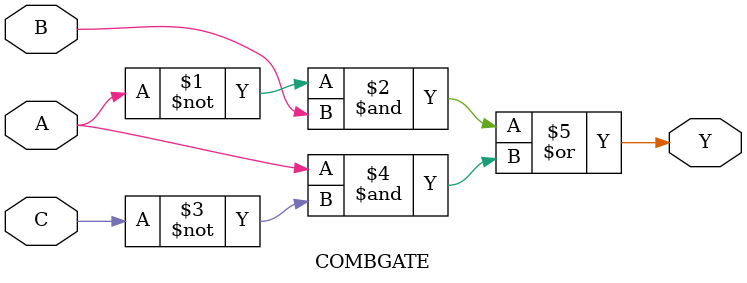
<source format=sv>
module COMBGATE(
	input logic A, B, C,
	output logic Y);

	    assign Y = (~A & B) | (A &~C);
endmodule

</source>
